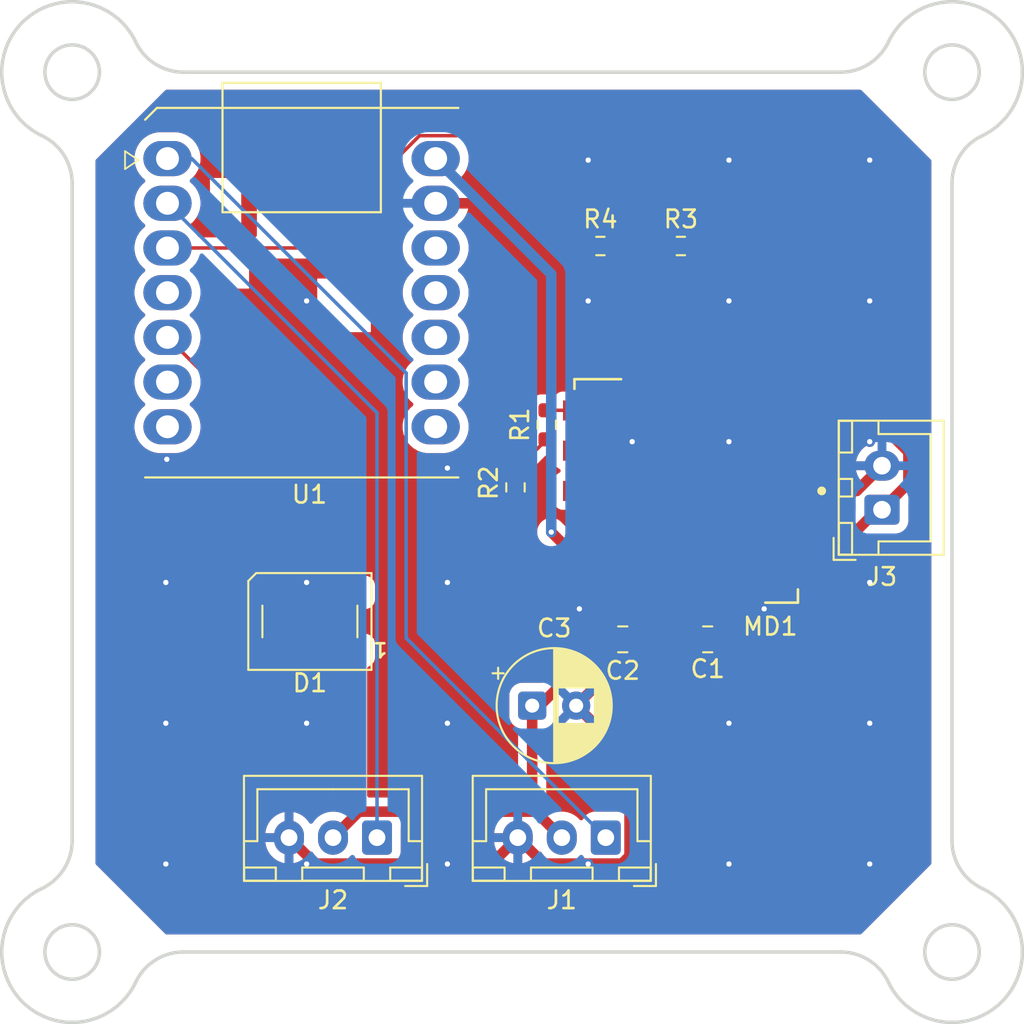
<source format=kicad_pcb>
(kicad_pcb (version 20241229) (generator "pcbnew") (generator_version "9.0")
  (layers (0 "F.Cu" signal) (2 "B.Cu" signal) (13 "F.Paste" user) (15 "B.Paste" user) (5 "F.SilkS" user "F.Silkscreen") (7 "B.SilkS" user "B.Silkscreen") (1 "F.Mask" user) (3 "B.Mask" user) (25 "Edge.Cuts" user))
  (net 0 "")
  (net 1 "Net-(J3-Pin_1)")
  (net 2 "GND")
  (net 3 "VCC")
  (net 4 "WS2812")
  (net 6 "Servo1")
  (net 7 "Servo2")
  (net 12 "Net-(MD1-TRIM)")
  (net 14 "Net-(R1-Pad2)")
  (net 15 "V_MONITOR")
  (net 23 "+3V3")
  (footprint "Capacitor_SMD:C_0805_2012Metric" (layer "F.Cu") (at 100.79145 107.232553 180)
    (property "Reference" "C1" (at 0 -1.68 0) (layer "F.SilkS"))
    (property "Value" "22u")
    (fp_line (start -0.261252 0.735) (end 0.261252 0.735) (stroke (width 0.12)) (layer "F.SilkS"))
    (fp_line (start -0.261252 -0.735) (end 0.261252 -0.735) (stroke (width 0.12)) (layer "F.SilkS"))
    (pad "1" smd roundrect (at -0.95 0 180) (size 1 1.45) (layers "F.Cu" "F.Mask" "F.Paste") (net 1 "Net-(J3-Pin_1)"))
    (pad "2" smd roundrect (at 0.95 0 180) (size 1 1.45) (layers "F.Cu" "F.Mask" "F.Paste") (net 2 "GND"))
  )
  (footprint "Capacitor_THT:CP_Radial_D6.3mm_P2.50mm" (layer "F.Cu") (at 90.817621 111)
    (property "Reference" "C3" (at 1.25 -4.4 0) (layer "F.SilkS"))
    (property "Value" "100u")
    (fp_line (start -2.250241 -1.839) (end -1.620241 -1.839) (stroke (width 0.12)) (layer "F.SilkS"))
    (fp_line (start -1.935241 -2.154) (end -1.935241 -1.524) (stroke (width 0.12)) (layer "F.SilkS"))
    (fp_line (start 1.25 -3.23) (end 1.25 3.23) (stroke (width 0.12)) (layer "F.SilkS"))
    (fp_line (start 1.29 -3.23) (end 1.29 3.23) (stroke (width 0.12)) (layer "F.SilkS"))
    (fp_line (start 1.33 -3.229) (end 1.33 3.229) (stroke (width 0.12)) (layer "F.SilkS"))
    (fp_line (start 1.37 -3.228) (end 1.37 3.228) (stroke (width 0.12)) (layer "F.SilkS"))
    (fp_line (start 1.41 -3.226) (end 1.41 3.226) (stroke (width 0.12)) (layer "F.SilkS"))
    (fp_line (start 1.45 -3.224) (end 1.45 3.224) (stroke (width 0.12)) (layer "F.SilkS"))
    (fp_line (start 1.49 -3.221) (end 1.49 -1.04) (stroke (width 0.12)) (layer "F.SilkS"))
    (fp_line (start 1.49 1.04) (end 1.49 3.221) (stroke (width 0.12)) (layer "F.SilkS"))
    (fp_line (start 1.53 -3.218) (end 1.53 -1.04) (stroke (width 0.12)) (layer "F.SilkS"))
    (fp_line (start 1.53 1.04) (end 1.53 3.218) (stroke (width 0.12)) (layer "F.SilkS"))
    (fp_line (start 1.57 -3.214) (end 1.57 -1.04) (stroke (width 0.12)) (layer "F.SilkS"))
    (fp_line (start 1.57 1.04) (end 1.57 3.214) (stroke (width 0.12)) (layer "F.SilkS"))
    (fp_line (start 1.61 -3.21) (end 1.61 -1.04) (stroke (width 0.12)) (layer "F.SilkS"))
    (fp_line (start 1.61 1.04) (end 1.61 3.21) (stroke (width 0.12)) (layer "F.SilkS"))
    (fp_line (start 1.65 -3.205) (end 1.65 -1.04) (stroke (width 0.12)) (layer "F.SilkS"))
    (fp_line (start 1.65 1.04) (end 1.65 3.205) (stroke (width 0.12)) (layer "F.SilkS"))
    (fp_line (start 1.69 -3.2) (end 1.69 -1.04) (stroke (width 0.12)) (layer "F.SilkS"))
    (fp_line (start 1.69 1.04) (end 1.69 3.2) (stroke (width 0.12)) (layer "F.SilkS"))
    (fp_line (start 1.73 -3.195) (end 1.73 -1.04) (stroke (width 0.12)) (layer "F.SilkS"))
    (fp_line (start 1.73 1.04) (end 1.73 3.195) (stroke (width 0.12)) (layer "F.SilkS"))
    (fp_line (start 1.77 -3.188) (end 1.77 -1.04) (stroke (width 0.12)) (layer "F.SilkS"))
    (fp_line (start 1.77 1.04) (end 1.77 3.188) (stroke (width 0.12)) (layer "F.SilkS"))
    (fp_line (start 1.81 -3.182) (end 1.81 -1.04) (stroke (width 0.12)) (layer "F.SilkS"))
    (fp_line (start 1.81 1.04) (end 1.81 3.182) (stroke (width 0.12)) (layer "F.SilkS"))
    (fp_line (start 1.85 -3.174) (end 1.85 -1.04) (stroke (width 0.12)) (layer "F.SilkS"))
    (fp_line (start 1.85 1.04) (end 1.85 3.174) (stroke (width 0.12)) (layer "F.SilkS"))
    (fp_line (start 1.89 -3.167) (end 1.89 -1.04) (stroke (width 0.12)) (layer "F.SilkS"))
    (fp_line (start 1.89 1.04) (end 1.89 3.167) (stroke (width 0.12)) (layer "F.SilkS"))
    (fp_line (start 1.93 -3.159) (end 1.93 -1.04) (stroke (width 0.12)) (layer "F.SilkS"))
    (fp_line (start 1.93 1.04) (end 1.93 3.159) (stroke (width 0.12)) (layer "F.SilkS"))
    (fp_line (start 1.97 -3.15) (end 1.97 -1.04) (stroke (width 0.12)) (layer "F.SilkS"))
    (fp_line (start 1.97 1.04) (end 1.97 3.15) (stroke (width 0.12)) (layer "F.SilkS"))
    (fp_line (start 2.01 -3.14) (end 2.01 -1.04) (stroke (width 0.12)) (layer "F.SilkS"))
    (fp_line (start 2.01 1.04) (end 2.01 3.14) (stroke (width 0.12)) (layer "F.SilkS"))
    (fp_line (start 2.05 -3.131) (end 2.05 -1.04) (stroke (width 0.12)) (layer "F.SilkS"))
    (fp_line (start 2.05 1.04) (end 2.05 3.131) (stroke (width 0.12)) (layer "F.SilkS"))
    (fp_line (start 2.09 -3.12) (end 2.09 -1.04) (stroke (width 0.12)) (layer "F.SilkS"))
    (fp_line (start 2.09 1.04) (end 2.09 3.12) (stroke (width 0.12)) (layer "F.SilkS"))
    (fp_line (start 2.13 -3.109) (end 2.13 -1.04) (stroke (width 0.12)) (layer "F.SilkS"))
    (fp_line (start 2.13 1.04) (end 2.13 3.109) (stroke (width 0.12)) (layer "F.SilkS"))
    (fp_line (start 2.17 -3.098) (end 2.17 -1.04) (stroke (width 0.12)) (layer "F.SilkS"))
    (fp_line (start 2.17 1.04) (end 2.17 3.098) (stroke (width 0.12)) (layer "F.SilkS"))
    (fp_line (start 2.21 -3.086) (end 2.21 -1.04) (stroke (width 0.12)) (layer "F.SilkS"))
    (fp_line (start 2.21 1.04) (end 2.21 3.086) (stroke (width 0.12)) (layer "F.SilkS"))
    (fp_line (start 2.25 -3.073) (end 2.25 -1.04) (stroke (width 0.12)) (layer "F.SilkS"))
    (fp_line (start 2.25 1.04) (end 2.25 3.073) (stroke (width 0.12)) (layer "F.SilkS"))
    (fp_line (start 2.29 -3.06) (end 2.29 -1.04) (stroke (width 0.12)) (layer "F.SilkS"))
    (fp_line (start 2.29 1.04) (end 2.29 3.06) (stroke (width 0.12)) (layer "F.SilkS"))
    (fp_line (start 2.33 -3.047) (end 2.33 -1.04) (stroke (width 0.12)) (layer "F.SilkS"))
    (fp_line (start 2.33 1.04) (end 2.33 3.047) (stroke (width 0.12)) (layer "F.SilkS"))
    (fp_line (start 2.37 -3.032) (end 2.37 -1.04) (stroke (width 0.12)) (layer "F.SilkS"))
    (fp_line (start 2.37 1.04) (end 2.37 3.032) (stroke (width 0.12)) (layer "F.SilkS"))
    (fp_line (start 2.41 -3.017) (end 2.41 -1.04) (stroke (width 0.12)) (layer "F.SilkS"))
    (fp_line (start 2.41 1.04) (end 2.41 3.017) (stroke (width 0.12)) (layer "F.SilkS"))
    (fp_line (start 2.45 -3.002) (end 2.45 -1.04) (stroke (width 0.12)) (layer "F.SilkS"))
    (fp_line (start 2.45 1.04) (end 2.45 3.002) (stroke (width 0.12)) (layer "F.SilkS"))
    (fp_line (start 2.49 -2.986) (end 2.49 -1.04) (stroke (width 0.12)) (layer "F.SilkS"))
    (fp_line (start 2.49 1.04) (end 2.49 2.986) (stroke (width 0.12)) (layer "F.SilkS"))
    (fp_line (start 2.53 -2.969) (end 2.53 -1.04) (stroke (width 0.12)) (layer "F.SilkS"))
    (fp_line (start 2.53 1.04) (end 2.53 2.969) (stroke (width 0.12)) (layer "F.SilkS"))
    (fp_line (start 2.57 -2.952) (end 2.57 -1.04) (stroke (width 0.12)) (layer "F.SilkS"))
    (fp_line (start 2.57 1.04) (end 2.57 2.952) (stroke (width 0.12)) (layer "F.SilkS"))
    (fp_line (start 2.61 -2.934) (end 2.61 -1.04) (stroke (width 0.12)) (layer "F.SilkS"))
    (fp_line (start 2.61 1.04) (end 2.61 2.934) (stroke (width 0.12)) (layer "F.SilkS"))
    (fp_line (start 2.65 -2.915) (end 2.65 -1.04) (stroke (width 0.12)) (layer "F.SilkS"))
    (fp_line (start 2.65 1.04) (end 2.65 2.915) (stroke (width 0.12)) (layer "F.SilkS"))
    (fp_line (start 2.69 -2.896) (end 2.69 -1.04) (stroke (width 0.12)) (layer "F.SilkS"))
    (fp_line (start 2.69 1.04) (end 2.69 2.896) (stroke (width 0.12)) (layer "F.SilkS"))
    (fp_line (start 2.73 -2.876) (end 2.73 -1.04) (stroke (width 0.12)) (layer "F.SilkS"))
    (fp_line (start 2.73 1.04) (end 2.73 2.876) (stroke (width 0.12)) (layer "F.SilkS"))
    (fp_line (start 2.77 -2.855) (end 2.77 -1.04) (stroke (width 0.12)) (layer "F.SilkS"))
    (fp_line (start 2.77 1.04) (end 2.77 2.855) (stroke (width 0.12)) (layer "F.SilkS"))
    (fp_line (start 2.81 -2.834) (end 2.81 -1.04) (stroke (width 0.12)) (layer "F.SilkS"))
    (fp_line (start 2.81 1.04) (end 2.81 2.834) (stroke (width 0.12)) (layer "F.SilkS"))
    (fp_line (start 2.85 -2.812) (end 2.85 -1.04) (stroke (width 0.12)) (layer "F.SilkS"))
    (fp_line (start 2.85 1.04) (end 2.85 2.812) (stroke (width 0.12)) (layer "F.SilkS"))
    (fp_line (start 2.89 -2.789) (end 2.89 -1.04) (stroke (width 0.12)) (layer "F.SilkS"))
    (fp_line (start 2.89 1.04) (end 2.89 2.789) (stroke (width 0.12)) (layer "F.SilkS"))
    (fp_line (start 2.93 -2.765) (end 2.93 -1.04) (stroke (width 0.12)) (layer "F.SilkS"))
    (fp_line (start 2.93 1.04) (end 2.93 2.765) (stroke (width 0.12)) (layer "F.SilkS"))
    (fp_line (start 2.97 -2.741) (end 2.97 -1.04) (stroke (width 0.12)) (layer "F.SilkS"))
    (fp_line (start 2.97 1.04) (end 2.97 2.741) (stroke (width 0.12)) (layer "F.SilkS"))
    (fp_line (start 3.01 -2.716) (end 3.01 -1.04) (stroke (width 0.12)) (layer "F.SilkS"))
    (fp_line (start 3.01 1.04) (end 3.01 2.716) (stroke (width 0.12)) (layer "F.SilkS"))
    (fp_line (start 3.05 -2.69) (end 3.05 -1.04) (stroke (width 0.12)) (layer "F.SilkS"))
    (fp_line (start 3.05 1.04) (end 3.05 2.69) (stroke (width 0.12)) (layer "F.SilkS"))
    (fp_line (start 3.09 -2.663) (end 3.09 -1.04) (stroke (width 0.12)) (layer "F.SilkS"))
    (fp_line (start 3.09 1.04) (end 3.09 2.663) (stroke (width 0.12)) (layer "F.SilkS"))
    (fp_line (start 3.13 -2.636) (end 3.13 -1.04) (stroke (width 0.12)) (layer "F.SilkS"))
    (fp_line (start 3.13 1.04) (end 3.13 2.636) (stroke (width 0.12)) (layer "F.SilkS"))
    (fp_line (start 3.17 -2.607) (end 3.17 -1.04) (stroke (width 0.12)) (layer "F.SilkS"))
    (fp_line (start 3.17 1.04) (end 3.17 2.607) (stroke (width 0.12)) (layer "F.SilkS"))
    (fp_line (start 3.21 -2.577) (end 3.21 -1.04) (stroke (width 0.12)) (layer "F.SilkS"))
    (fp_line (start 3.21 1.04) (end 3.21 2.577) (stroke (width 0.12)) (layer "F.SilkS"))
    (fp_line (start 3.25 -2.547) (end 3.25 -1.04) (stroke (width 0.12)) (layer "F.SilkS"))
    (fp_line (start 3.25 1.04) (end 3.25 2.547) (stroke (width 0.12)) (layer "F.SilkS"))
    (fp_line (start 3.29 -2.516) (end 3.29 -1.04) (stroke (width 0.12)) (layer "F.SilkS"))
    (fp_line (start 3.29 1.04) (end 3.29 2.516) (stroke (width 0.12)) (layer "F.SilkS"))
    (fp_line (start 3.33 -2.483) (end 3.33 -1.04) (stroke (width 0.12)) (layer "F.SilkS"))
    (fp_line (start 3.33 1.04) (end 3.33 2.483) (stroke (width 0.12)) (layer "F.SilkS"))
    (fp_line (start 3.37 -2.45) (end 3.37 -1.04) (stroke (width 0.12)) (layer "F.SilkS"))
    (fp_line (start 3.37 1.04) (end 3.37 2.45) (stroke (width 0.12)) (layer "F.SilkS"))
    (fp_line (start 3.41 -2.415) (end 3.41 -1.04) (stroke (width 0.12)) (layer "F.SilkS"))
    (fp_line (start 3.41 1.04) (end 3.41 2.415) (stroke (width 0.12)) (layer "F.SilkS"))
    (fp_line (start 3.45 -2.379) (end 3.45 -1.04) (stroke (width 0.12)) (layer "F.SilkS"))
    (fp_line (start 3.45 1.04) (end 3.45 2.379) (stroke (width 0.12)) (layer "F.SilkS"))
    (fp_line (start 3.49 -2.342) (end 3.49 -1.04) (stroke (width 0.12)) (layer "F.SilkS"))
    (fp_line (start 3.49 1.04) (end 3.49 2.342) (stroke (width 0.12)) (layer "F.SilkS"))
    (fp_line (start 3.53 -2.304) (end 3.53 -1.04) (stroke (width 0.12)) (layer "F.SilkS"))
    (fp_line (start 3.53 1.04) (end 3.53 2.304) (stroke (width 0.12)) (layer "F.SilkS"))
    (fp_line (start 3.57 -2.264) (end 3.57 2.264) (stroke (width 0.12)) (layer "F.SilkS"))
    (fp_line (start 3.61 -2.223) (end 3.61 2.223) (stroke (width 0.12)) (layer "F.SilkS"))
    (fp_line (start 3.65 -2.181) (end 3.65 2.181) (stroke (width 0.12)) (layer "F.SilkS"))
    (fp_line (start 3.69 -2.137) (end 3.69 2.137) (stroke (width 0.12)) (layer "F.SilkS"))
    (fp_line (start 3.73 -2.091) (end 3.73 2.091) (stroke (width 0.12)) (layer "F.SilkS"))
    (fp_line (start 3.77 -2.044) (end 3.77 2.044) (stroke (width 0.12)) (layer "F.SilkS"))
    (fp_line (start 3.81 -1.995) (end 3.81 1.995) (stroke (width 0.12)) (layer "F.SilkS"))
    (fp_line (start 3.85 -1.943) (end 3.85 1.943) (stroke (width 0.12)) (layer "F.SilkS"))
    (fp_line (start 3.89 -1.89) (end 3.89 1.89) (stroke (width 0.12)) (layer "F.SilkS"))
    (fp_line (start 3.93 -1.834) (end 3.93 1.834) (stroke (width 0.12)) (layer "F.SilkS"))
    (fp_line (start 3.97 -1.775) (end 3.97 1.775) (stroke (width 0.12)) (layer "F.SilkS"))
    (fp_line (start 4.01 -1.714) (end 4.01 1.714) (stroke (width 0.12)) (layer "F.SilkS"))
    (fp_line (start 4.05 -1.649) (end 4.05 1.649) (stroke (width 0.12)) (layer "F.SilkS"))
    (fp_line (start 4.09 -1.581) (end 4.09 1.581) (stroke (width 0.12)) (layer "F.SilkS"))
    (fp_line (start 4.13 -1.509) (end 4.13 1.509) (stroke (width 0.12)) (layer "F.SilkS"))
    (fp_line (start 4.17 -1.432) (end 4.17 1.432) (stroke (width 0.12)) (layer "F.SilkS"))
    (fp_line (start 4.21 -1.35) (end 4.21 1.35) (stroke (width 0.12)) (layer "F.SilkS"))
    (fp_line (start 4.25 -1.261) (end 4.25 1.261) (stroke (width 0.12)) (layer "F.SilkS"))
    (fp_line (start 4.29 -1.165) (end 4.29 1.165) (stroke (width 0.12)) (layer "F.SilkS"))
    (fp_line (start 4.33 -1.058) (end 4.33 1.058) (stroke (width 0.12)) (layer "F.SilkS"))
    (fp_line (start 4.37 -0.939) (end 4.37 0.939) (stroke (width 0.12)) (layer "F.SilkS"))
    (fp_line (start 4.41 -0.801) (end 4.41 0.801) (stroke (width 0.12)) (layer "F.SilkS"))
    (fp_line (start 4.45 -0.633) (end 4.45 0.633) (stroke (width 0.12)) (layer "F.SilkS"))
    (fp_line (start 4.49 -0.402) (end 4.49 0.402) (stroke (width 0.12)) (layer "F.SilkS"))
    (fp_circle (center 1.25 0) (end 4.52 0) (stroke (width 0.12)) (fill no) (layer "F.SilkS"))
    (pad "1" thru_hole roundrect (at 0 0) (size 1.6 1.6) (drill 0.8) (layers "*.Cu" "*.Mask") (roundrect_rratio 0.15625) (net 3 "VCC"))
    (pad "2" thru_hole circle (at 2.5 0) (size 1.6 1.6) (drill 0.8) (layers "*.Cu" "*.Mask") (net 2 "GND"))
  )
  (footprint "Resistor_SMD:R_0603_1608Metric" (layer "F.Cu") (at 89.86945 98.596553 90)
    (property "Reference" "R2" (at 0.254 -1.524 90) (layer "F.SilkS"))
    (property "Value" "910")
    (fp_line (start -0.237258 -0.5225) (end 0.237258 -0.5225) (stroke (width 0.12)) (layer "F.SilkS"))
    (fp_line (start -0.237258 0.5225) (end 0.237258 0.5225) (stroke (width 0.12)) (layer "F.SilkS"))
    (pad "1" smd roundrect (at -0.825 0 90) (size 0.8 0.95) (layers "F.Cu" "F.Mask" "F.Paste") (net 2 "GND"))
    (pad "2" smd roundrect (at 0.825 0 90) (size 0.8 0.95) (layers "F.Cu" "F.Mask" "F.Paste") (net 14 "Net-(R1-Pad2)"))
  )
  (footprint "Resistor_SMD:R_0603_1608Metric" (layer "F.Cu") (at 91.64745 95.040553 -90)
    (property "Reference" "R1" (at 0 1.524 90) (layer "F.SilkS"))
    (property "Value" "430")
    (fp_line (start -0.237258 0.5225) (end 0.237258 0.5225) (stroke (width 0.12)) (layer "F.SilkS"))
    (fp_line (start -0.237258 -0.5225) (end 0.237258 -0.5225) (stroke (width 0.12)) (layer "F.SilkS"))
    (pad "1" smd roundrect (at -0.825 0 270) (size 0.8 0.95) (layers "F.Cu" "F.Mask" "F.Paste") (net 12 "Net-(MD1-TRIM)"))
    (pad "2" smd roundrect (at 0.825 0 270) (size 0.8 0.95) (layers "F.Cu" "F.Mask" "F.Paste") (net 14 "Net-(R1-Pad2)"))
  )
  (footprint "Connector_JST:JST_XH_B3B-XH-A_1x03_P2.50mm_Vertical" (layer "F.Cu") (at 82 118.5 180)
    (property "Reference" "J2" (at 2.5 -3.55 0) (layer "F.SilkS"))
    (property "Value" "Servo2")
    (fp_line (start 7.56 3.51) (end 7.56 -2.46) (stroke (width 0.12)) (layer "F.SilkS"))
    (fp_line (start 7.56 -2.46) (end -2.56 -2.46) (stroke (width 0.12)) (layer "F.SilkS"))
    (fp_line (start 7.55 -0.2) (end 6.8 -0.2) (stroke (width 0.12)) (layer "F.SilkS"))
    (fp_line (start 7.55 -1.7) (end 7.55 -2.45) (stroke (width 0.12)) (layer "F.SilkS"))
    (fp_line (start 7.55 -2.45) (end 5.75 -2.45) (stroke (width 0.12)) (layer "F.SilkS"))
    (fp_line (start 6.8 2.75) (end 2.5 2.75) (stroke (width 0.12)) (layer "F.SilkS"))
    (fp_line (start 6.8 -0.2) (end 6.8 2.75) (stroke (width 0.12)) (layer "F.SilkS"))
    (fp_line (start 5.75 -1.7) (end 7.55 -1.7) (stroke (width 0.12)) (layer "F.SilkS"))
    (fp_line (start 5.75 -2.45) (end 5.75 -1.7) (stroke (width 0.12)) (layer "F.SilkS"))
    (fp_line (start 4.25 -1.7) (end 4.25 -2.45) (stroke (width 0.12)) (layer "F.SilkS"))
    (fp_line (start 4.25 -2.45) (end 0.75 -2.45) (stroke (width 0.12)) (layer "F.SilkS"))
    (fp_line (start 0.75 -1.7) (end 4.25 -1.7) (stroke (width 0.12)) (layer "F.SilkS"))
    (fp_line (start 0.75 -2.45) (end 0.75 -1.7) (stroke (width 0.12)) (layer "F.SilkS"))
    (fp_line (start -0.75 -1.7) (end -0.75 -2.45) (stroke (width 0.12)) (layer "F.SilkS"))
    (fp_line (start -0.75 -2.45) (end -2.55 -2.45) (stroke (width 0.12)) (layer "F.SilkS"))
    (fp_line (start -1.6 -2.75) (end -2.85 -2.75) (stroke (width 0.12)) (layer "F.SilkS"))
    (fp_line (start -1.8 2.75) (end 2.5 2.75) (stroke (width 0.12)) (layer "F.SilkS"))
    (fp_line (start -1.8 -0.2) (end -1.8 2.75) (stroke (width 0.12)) (layer "F.SilkS"))
    (fp_line (start -2.55 -0.2) (end -1.8 -0.2) (stroke (width 0.12)) (layer "F.SilkS"))
    (fp_line (start -2.55 -1.7) (end -0.75 -1.7) (stroke (width 0.12)) (layer "F.SilkS"))
    (fp_line (start -2.55 -2.45) (end -2.55 -1.7) (stroke (width 0.12)) (layer "F.SilkS"))
    (fp_line (start -2.56 3.51) (end 7.56 3.51) (stroke (width 0.12)) (layer "F.SilkS"))
    (fp_line (start -2.56 -2.46) (end -2.56 3.51) (stroke (width 0.12)) (layer "F.SilkS"))
    (fp_line (start -2.85 -2.75) (end -2.85 -1.5) (stroke (width 0.12)) (layer "F.SilkS"))
    (pad "1" thru_hole roundrect (at 0 0 180) (size 1.7 1.95) (drill 0.95) (layers "*.Cu" "*.Mask") (roundrect_rratio 0.147059) (net 7 "Servo2"))
    (pad "2" thru_hole oval (at 2.5 0 180) (size 1.7 1.95) (drill 0.95) (layers "*.Cu" "*.Mask") (net 3 "VCC"))
    (pad "3" thru_hole oval (at 5 0 180) (size 1.7 1.95) (drill 0.95) (layers "*.Cu" "*.Mask") (net 2 "GND"))
  )
  (footprint "OKL-T-6:MURATA_OKL-T-6-W12N-C_0" (layer "F.Cu") (at 99.570013 98.797491 180)
    (property "Reference" "MD1" (at -4.777438 -7.702509 0) (layer "F.SilkS"))
    (property "Value" "OKL-T_6-W12N-C")
    (fp_line (start 6.35 6.35) (end 6.35 5.8) (stroke (width 0.15)) (layer "F.SilkS"))
    (fp_line (start 3.7 6.35) (end 6.35 6.35) (stroke (width 0.15)) (layer "F.SilkS"))
    (fp_line (start -6.35 -5.6) (end -6.35 -6.35) (stroke (width 0.15)) (layer "F.SilkS"))
    (fp_line (start -6.35 -6.35) (end -4.5 -6.35) (stroke (width 0.15)) (layer "F.SilkS"))
    (fp_circle (center -7.7 0) (end -7.45 0) (fill yes) (layer "F.SilkS"))
    (pad "1" smd rect (at -5.55025 0 180) (size 3.0995 1.143) (layers "F.Cu" "F.Mask" "F.Paste") (net 2 "GND"))
    (pad "2" smd rect (at -5.568875 -4.6 180) (size 3.06225 1.372) (layers "F.Cu" "F.Mask" "F.Paste") (net 1 "Net-(J3-Pin_1)"))
    (pad "2" smd rect (at -3.429 -4.572 180) (size 4.191 1.905) (layers "F.Cu" "F.Mask" "F.Paste") (net 1 "Net-(J3-Pin_1)"))
    (pad "2" smd rect (at -2.3 -5.6 270) (size 3.06225 1.372) (layers "F.Cu" "F.Mask" "F.Paste") (net 1 "Net-(J3-Pin_1)"))
    (pad "3" smd rect (at 0 -5.6 270) (size 3.06225 1.372) (layers "F.Cu" "F.Mask" "F.Paste") (net 2 "GND"))
    (pad "3" smd rect (at 1.143 -4.572 180) (size 4.191 1.905) (layers "F.Cu" "F.Mask" "F.Paste") (net 2 "GND"))
    (pad "3" smd rect (at 2.3 -5.6 270) (size 3.06225 1.372) (layers "F.Cu" "F.Mask" "F.Paste") (net 2 "GND"))
    (pad "4" smd rect (at 4.572 -3.429 180) (size 1.905 4.191) (layers "F.Cu" "F.Mask" "F.Paste") (net 3 "VCC"))
    (pad "4" smd rect (at 5.5 -4.6 180) (size 3.06225 1.372) (layers "F.Cu" "F.Mask" "F.Paste") (net 3 "VCC"))
    (pad "5" smd rect (at 5.50025 0 180) (size 2.9995 1.143) (layers "F.Cu" "F.Mask" "F.Paste") (net 3 "VCC"))
    (pad "6" smd rect (at 5.50025 4.572 180) (size 2.9995 1.143) (layers "F.Cu" "F.Mask" "F.Paste") (net 12 "Net-(MD1-TRIM)"))
    (pad "7" smd rect (at 0 5.50025 180) (size 1.143 2.9995) (layers "F.Cu" "F.Mask" "F.Paste") (net 2 "GND"))
    (pad "8" smd rect (at -2.286 5.50025 180) (size 1.143 2.9995) (layers "F.Cu" "F.Mask" "F.Paste"))
    (pad "9" smd rect (at -5.55025 4.572 180) (size 3.0995 1.143) (layers "F.Cu" "F.Mask" "F.Paste"))
    (pad "10" smd rect (at -5.55025 2.286 180) (size 3.0995 1.143) (layers "F.Cu" "F.Mask" "F.Paste"))
    (pad "11" smd rect (at 5.50025 2.286 180) (size 2.9995 1.143) (layers "F.Cu" "F.Mask" "F.Paste"))
    (pad "12" smd rect (at 2.27875 5.50025 180) (size 1.1575 2.9995) (layers "F.Cu" "F.Mask" "F.Paste"))
  )
  (footprint "Connector_JST:JST_XH_B3B-XH-A_1x03_P2.50mm_Vertical" (layer "F.Cu") (at 95 118.5 180)
    (property "Reference" "J1" (at 2.5 -3.55 0) (layer "F.SilkS"))
    (property "Value" "Servo1")
    (fp_line (start 7.56 3.51) (end 7.56 -2.46) (stroke (width 0.12)) (layer "F.SilkS"))
    (fp_line (start 7.56 -2.46) (end -2.56 -2.46) (stroke (width 0.12)) (layer "F.SilkS"))
    (fp_line (start 7.55 -0.2) (end 6.8 -0.2) (stroke (width 0.12)) (layer "F.SilkS"))
    (fp_line (start 7.55 -1.7) (end 7.55 -2.45) (stroke (width 0.12)) (layer "F.SilkS"))
    (fp_line (start 7.55 -2.45) (end 5.75 -2.45) (stroke (width 0.12)) (layer "F.SilkS"))
    (fp_line (start 6.8 2.75) (end 2.5 2.75) (stroke (width 0.12)) (layer "F.SilkS"))
    (fp_line (start 6.8 -0.2) (end 6.8 2.75) (stroke (width 0.12)) (layer "F.SilkS"))
    (fp_line (start 5.75 -1.7) (end 7.55 -1.7) (stroke (width 0.12)) (layer "F.SilkS"))
    (fp_line (start 5.75 -2.45) (end 5.75 -1.7) (stroke (width 0.12)) (layer "F.SilkS"))
    (fp_line (start 4.25 -1.7) (end 4.25 -2.45) (stroke (width 0.12)) (layer "F.SilkS"))
    (fp_line (start 4.25 -2.45) (end 0.75 -2.45) (stroke (width 0.12)) (layer "F.SilkS"))
    (fp_line (start 0.75 -1.7) (end 4.25 -1.7) (stroke (width 0.12)) (layer "F.SilkS"))
    (fp_line (start 0.75 -2.45) (end 0.75 -1.7) (stroke (width 0.12)) (layer "F.SilkS"))
    (fp_line (start -0.75 -1.7) (end -0.75 -2.45) (stroke (width 0.12)) (layer "F.SilkS"))
    (fp_line (start -0.75 -2.45) (end -2.55 -2.45) (stroke (width 0.12)) (layer "F.SilkS"))
    (fp_line (start -1.6 -2.75) (end -2.85 -2.75) (stroke (width 0.12)) (layer "F.SilkS"))
    (fp_line (start -1.8 2.75) (end 2.5 2.75) (stroke (width 0.12)) (layer "F.SilkS"))
    (fp_line (start -1.8 -0.2) (end -1.8 2.75) (stroke (width 0.12)) (layer "F.SilkS"))
    (fp_line (start -2.55 -0.2) (end -1.8 -0.2) (stroke (width 0.12)) (layer "F.SilkS"))
    (fp_line (start -2.55 -1.7) (end -0.75 -1.7) (stroke (width 0.12)) (layer "F.SilkS"))
    (fp_line (start -2.55 -2.45) (end -2.55 -1.7) (stroke (width 0.12)) (layer "F.SilkS"))
    (fp_line (start -2.56 3.51) (end 7.56 3.51) (stroke (width 0.12)) (layer "F.SilkS"))
    (fp_line (start -2.56 -2.46) (end -2.56 3.51) (stroke (width 0.12)) (layer "F.SilkS"))
    (fp_line (start -2.85 -2.75) (end -2.85 -1.5) (stroke (width 0.12)) (layer "F.SilkS"))
    (pad "1" thru_hole roundrect (at 0 0 180) (size 1.7 1.95) (drill 0.95) (layers "*.Cu" "*.Mask") (roundrect_rratio 0.147059) (net 6 "Servo1"))
    (pad "2" thru_hole oval (at 2.5 0 180) (size 1.7 1.95) (drill 0.95) (layers "*.Cu" "*.Mask") (net 3 "VCC"))
    (pad "3" thru_hole oval (at 5 0 180) (size 1.7 1.95) (drill 0.95) (layers "*.Cu" "*.Mask") (net 2 "GND"))
  )
  (footprint "Connector_JST:JST_XH_B2B-XH-A_1x02_P2.50mm_Vertical" (layer "F.Cu") (at 110.69745 99.866553 90)
    (property "Reference" "J3" (at -3.81 0 180) (layer "F.SilkS"))
    (property "Value" "Battery")
    (fp_line (start -1.6 -2.75) (end -2.85 -2.75) (stroke (width 0.12)) (layer "F.SilkS"))
    (fp_line (start -2.85 -2.75) (end -2.85 -1.5) (stroke (width 0.12)) (layer "F.SilkS"))
    (fp_line (start 5.06 -2.46) (end -2.56 -2.46) (stroke (width 0.12)) (layer "F.SilkS"))
    (fp_line (start -2.56 -2.46) (end -2.56 3.51) (stroke (width 0.12)) (layer "F.SilkS"))
    (fp_line (start 5.05 -2.45) (end 3.25 -2.45) (stroke (width 0.12)) (layer "F.SilkS"))
    (fp_line (start 3.25 -2.45) (end 3.25 -1.7) (stroke (width 0.12)) (layer "F.SilkS"))
    (fp_line (start 1.75 -2.45) (end 0.75 -2.45) (stroke (width 0.12)) (layer "F.SilkS"))
    (fp_line (start 0.75 -2.45) (end 0.75 -1.7) (stroke (width 0.12)) (layer "F.SilkS"))
    (fp_line (start -0.75 -2.45) (end -2.55 -2.45) (stroke (width 0.12)) (layer "F.SilkS"))
    (fp_line (start -2.55 -2.45) (end -2.55 -1.7) (stroke (width 0.12)) (layer "F.SilkS"))
    (fp_line (start 5.05 -1.7) (end 5.05 -2.45) (stroke (width 0.12)) (layer "F.SilkS"))
    (fp_line (start 3.25 -1.7) (end 5.05 -1.7) (stroke (width 0.12)) (layer "F.SilkS"))
    (fp_line (start 1.75 -1.7) (end 1.75 -2.45) (stroke (width 0.12)) (layer "F.SilkS"))
    (fp_line (start 0.75 -1.7) (end 1.75 -1.7) (stroke (width 0.12)) (layer "F.SilkS"))
    (fp_line (start -0.75 -1.7) (end -0.75 -2.45) (stroke (width 0.12)) (layer "F.SilkS"))
    (fp_line (start -2.55 -1.7) (end -0.75 -1.7) (stroke (width 0.12)) (layer "F.SilkS"))
    (fp_line (start 5.05 -0.2) (end 4.3 -0.2) (stroke (width 0.12)) (layer "F.SilkS"))
    (fp_line (start 4.3 -0.2) (end 4.3 2.75) (stroke (width 0.12)) (layer "F.SilkS"))
    (fp_line (start -1.8 -0.2) (end -1.8 2.75) (stroke (width 0.12)) (layer "F.SilkS"))
    (fp_line (start -2.55 -0.2) (end -1.8 -0.2) (stroke (width 0.12)) (layer "F.SilkS"))
    (fp_line (start 4.3 2.75) (end 1.25 2.75) (stroke (width 0.12)) (layer "F.SilkS"))
    (fp_line (start -1.8 2.75) (end 1.25 2.75) (stroke (width 0.12)) (layer "F.SilkS"))
    (fp_line (start 5.06 3.51) (end 5.06 -2.46) (stroke (width 0.12)) (layer "F.SilkS"))
    (fp_line (start -2.56 3.51) (end 5.06 3.51) (stroke (width 0.12)) (layer "F.SilkS"))
    (pad "1" thru_hole roundrect (at 0 0 90) (size 1.7 2) (drill 1) (layers "*.Cu" "*.Mask") (roundrect_rratio 0.147059) (net 1 "Net-(J3-Pin_1)"))
    (pad "2" thru_hole oval (at 2.5 0 90) (size 1.7 2) (drill 1) (layers "*.Cu" "*.Mask") (net 2 "GND"))
  )
  (footprint "LED_SMD:LED_WS2812B_PLCC4_5.0x5.0mm_P3.2mm" (layer "F.Cu") (at 78.18545 106.216553 180)
    (property "Reference" "D1" (at 0 -3.5 180) (layer "F.SilkS"))
    (property "Value" "WS2812B")
    (fp_line (start 3.5 2.3) (end 3.5 -2.75) (stroke (width 0.12)) (layer "F.SilkS"))
    (fp_line (start 3.05 2.75) (end 3.5 2.3) (stroke (width 0.12)) (layer "F.SilkS"))
    (fp_line (start 2.7 0.9) (end 2.7 -0.9) (stroke (width 0.12)) (layer "F.SilkS"))
    (fp_line (start -2.7 0.9) (end -2.7 -0.9) (stroke (width 0.12)) (layer "F.SilkS"))
    (fp_line (start -3.5 2.75) (end 3.05 2.75) (stroke (width 0.12)) (layer "F.SilkS"))
    (fp_line (start -3.5 -2.75) (end 3.5 -2.75) (stroke (width 0.12)) (layer "F.SilkS"))
    (fp_line (start -3.5 -2.75) (end -3.5 2.75) (stroke (width 0.12)) (layer "F.SilkS"))
    (fp_text user "1" (at -4 -1.6 180) (layer "F.SilkS") (effects (font (size 0.8 0.8))))
    (pad "1" smd roundrect (at -2.45 -1.65 180) (size 1.5 0.9) (layers "F.Cu" "F.Mask" "F.Paste") (roundrect_rratio 0.1) (net 3 "VCC"))
    (pad "2" smd roundrect (at -2.45 1.65 180) (size 1.5 0.9) (layers "F.Cu" "F.Mask" "F.Paste") (roundrect_rratio 0.1))
    (pad "3" smd roundrect (at 2.45 1.65 180) (size 1.5 0.9) (layers "F.Cu" "F.Mask" "F.Paste") (roundrect_rratio 0.1) (net 2 "GND"))
    (pad "4" smd roundrect (at 2.45 -1.65 180) (size 1.5 0.9) (layers "F.Cu" "F.Mask" "F.Paste") (roundrect_rratio 0.1) (net 4 "WS2812"))
  )
  (footprint "Resistor_SMD:R_0603_1608Metric" (layer "F.Cu") (at 94.69545 84.880553 180)
    (property "Reference" "R4" (at 0 1.524 0) (layer "F.SilkS"))
    (property "Value" "1k")
    (fp_line (start -0.237258 0.5225) (end 0.237258 0.5225) (stroke (width 0.12)) (layer "F.SilkS"))
    (fp_line (start -0.237258 -0.5225) (end 0.237258 -0.5225) (stroke (width 0.12)) (layer "F.SilkS"))
    (pad "1" smd roundrect (at -0.825 0 180) (size 0.8 0.95) (layers "F.Cu" "F.Mask" "F.Paste") (net 15 "V_MONITOR"))
    (pad "2" smd roundrect (at 0.825 0 180) (size 0.8 0.95) (layers "F.Cu" "F.Mask" "F.Paste") (net 2 "GND"))
  )
  (footprint "xiao ESP32C3_PCB:MOUDLE14P-SMD-2.54-21X17.8MM" (layer "F.Cu") (at 68.82345 98.031803)
    (property "Reference" "U1" (at 9.3345 0.968197 0) (layer "F.SilkS"))
    (property "Value" "MOUDLE-SEEEDUINO-XIAO-ESP32C3")
    (fp_line (start -1.143 -18.542) (end -0.381 -18.034) (stroke (width 0.1)) (layer "F.SilkS"))
    (fp_line (start -1.143 -17.526) (end -1.143 -18.542) (stroke (width 0.1)) (layer "F.SilkS"))
    (fp_line (start -0.381 -18.034) (end -1.143 -17.526) (stroke (width 0.1)) (layer "F.SilkS"))
    (fp_line (start 0 0) (end 17.8 0) (stroke (width 0.127)) (layer "F.SilkS"))
    (fp_line (start 0.671541 -21) (end 0 -20.3285) (stroke (width 0.127)) (layer "F.SilkS"))
    (fp_line (start 4.396 -15.072) (end 4.396 -22.425) (stroke (width 0.127)) (layer "F.SilkS"))
    (fp_line (start 4.4 -22.424) (end 13.395 -22.424) (stroke (width 0.127)) (layer "F.SilkS"))
    (fp_line (start 13.395 -22.424) (end 13.395 -15.072) (stroke (width 0.127)) (layer "F.SilkS"))
    (fp_line (start 13.395 -15.072) (end 4.396 -15.072) (stroke (width 0.127)) (layer "F.SilkS"))
    (fp_line (start 17.8 -21) (end 0.671541 -21) (stroke (width 0.127)) (layer "F.SilkS"))
    (pad "1" thru_hole roundrect (at 1.27 -18.12) (size 2.75 2) (drill 1.3) (layers "*.Cu" "*.Mask") (roundrect_rratio 0.5) (net 6 "Servo1"))
    (pad "2" thru_hole roundrect (at 1.27 -15.58) (size 2.75 2) (drill 1.3) (layers "*.Cu" "*.Mask") (roundrect_rratio 0.5) (net 7 "Servo2"))
    (pad "3" thru_hole roundrect (at 1.27 -13.04) (size 2.75 2) (drill 1.3) (layers "*.Cu" "*.Mask") (roundrect_rratio 0.5) (net 15 "V_MONITOR"))
    (pad "4" thru_hole roundrect (at 1.27 -10.5) (size 2.75 2) (drill 1.3) (layers "*.Cu" "*.Mask") (roundrect_rratio 0.5))
    (pad "5" thru_hole roundrect (at 1.27 -7.96) (size 2.75 2) (drill 1.3) (layers "*.Cu" "*.Mask") (roundrect_rratio 0.5) (net 4 "WS2812"))
    (pad "6" thru_hole roundrect (at 1.27 -5.42) (size 2.75 2) (drill 1.3) (layers "*.Cu" "*.Mask") (roundrect_rratio 0.5))
    (pad "7" thru_hole roundrect (at 1.27 -2.88) (size 2.75 2) (drill 1.3) (layers "*.Cu" "*.Mask") (roundrect_rratio 0.5))
    (pad "8" thru_hole roundrect (at 16.51 -2.88) (size 2.75 2) (drill 1.3) (layers "*.Cu" "*.Mask") (roundrect_rratio 0.5))
    (pad "9" thru_hole roundrect (at 16.51 -5.42) (size 2.75 2) (drill 1.3) (layers "*.Cu" "*.Mask") (roundrect_rratio 0.5))
    (pad "10" thru_hole roundrect (at 16.51 -7.96) (size 2.75 2) (drill 1.3) (layers "*.Cu" "*.Mask") (roundrect_rratio 0.5))
    (pad "11" thru_hole roundrect (at 16.51 -10.5) (size 2.75 2) (drill 1.3) (layers "*.Cu" "*.Mask") (roundrect_rratio 0.5))
    (pad "12" thru_hole roundrect (at 16.51 -13.04) (size 2.75 2) (drill 1.3) (layers "*.Cu" "*.Mask") (roundrect_rratio 0.5) (net 23 "+3V3"))
    (pad "13" thru_hole roundrect (at 16.51 -15.58) (size 2.75 2) (drill 1.3) (layers "*.Cu" "*.Mask") (roundrect_rratio 0.5) (net 2 "GND"))
    (pad "14" thru_hole roundrect (at 16.51 -18.12) (size 2.75 2) (drill 1.3) (layers "*.Cu" "*.Mask") (roundrect_rratio 0.5) (net 3 "VCC"))
    (zone (net 0) (net_name "") (layer "F.Cu") (connect_pads (clearance 0)) (min_thickness 0.01)
      (keepout (tracks not_allowed) (vias not_allowed) (pads not_allowed) (copperpour not_allowed) (footprints allowed))
      (fill (thermal_gap 0.508) (thermal_bridge_width 0.508))
      (polygon (pts (xy 71.80795 85.268303) (xy 74.72895 85.268303) (xy 74.72895 87.300303) (xy 71.80795 87.300303)))
    )
    (zone (net 0) (net_name "") (layer "F.Cu") (connect_pads (clearance 0)) (min_thickness 0.01)
      (keepout (tracks not_allowed) (vias not_allowed) (pads not_allowed) (copperpour not_allowed) (footprints allowed))
      (fill (thermal_gap 0.508) (thermal_bridge_width 0.508))
      (polygon (pts (xy 72.50645 76.949803) (xy 74.28445 76.949803) (xy 74.28445 79.616803) (xy 72.50645 79.616803)))
    )
    (zone (net 0) (net_name "") (layer "F.Cu") (connect_pads (clearance 0)) (min_thickness 0.01)
      (keepout (tracks not_allowed) (vias not_allowed) (pads not_allowed) (copperpour not_allowed) (footprints allowed))
      (fill (thermal_gap 0.508) (thermal_bridge_width 0.508))
      (polygon (pts (xy 72.50645 81.013803) (xy 74.28445 81.013803) (xy 74.28445 83.680803) (xy 72.50645 83.680803)))
    )
    (zone (net 0) (net_name "") (layer "F.Cu") (connect_pads (clearance 0)) (min_thickness 0.01)
      (keepout (tracks not_allowed) (vias not_allowed) (pads not_allowed) (copperpour not_allowed) (footprints allowed))
      (fill (thermal_gap 0.508) (thermal_bridge_width 0.508))
      (polygon (pts (xy 75.17345 77.711803) (xy 80.38045 77.711803) (xy 80.38045 84.696803) (xy 75.17345 84.696803)))
    )
    (zone (net 0) (net_name "") (layer "F.Cu") (connect_pads (clearance 0)) (min_thickness 0.01)
      (keepout (tracks not_allowed) (vias not_allowed) (pads not_allowed) (copperpour not_allowed) (footprints allowed))
      (fill (thermal_gap 0.508) (thermal_bridge_width 0.508))
      (polygon (pts (xy 75.17345 94.856803) (xy 80.88845 94.856803) (xy 80.88845 97.396803) (xy 75.17345 97.396803)))
    )
    (zone (net 0) (net_name "") (layer "F.Cu") (connect_pads (clearance 0)) (min_thickness 0.01)
      (keepout (tracks not_allowed) (vias not_allowed) (pads not_allowed) (copperpour not_allowed) (footprints allowed))
      (fill (thermal_gap 0.508) (thermal_bridge_width 0.508))
      (polygon (pts (xy 78.60245 86.728803) (xy 81.65045 86.728803) (xy 81.65045 89.776803) (xy 78.60245 89.776803)))
    )
    (zone (net 0) (net_name "") (layer "F.Cu") (connect_pads (clearance 0)) (min_thickness 0.01)
      (keepout (tracks not_allowed) (vias not_allowed) (pads not_allowed) (copperpour not_allowed) (footprints allowed))
      (fill (thermal_gap 0.508) (thermal_bridge_width 0.508))
      (polygon (pts (xy 81.14245 76.949803) (xy 82.92045 76.949803) (xy 82.92045 79.616803) (xy 81.14245 79.616803)))
    )
    (zone (net 0) (net_name "") (layer "F.Cu") (connect_pads (clearance 0)) (min_thickness 0.01)
      (keepout (tracks not_allowed) (vias not_allowed) (pads not_allowed) (copperpour not_allowed) (footprints allowed))
      (fill (thermal_gap 0.508) (thermal_bridge_width 0.508))
      (polygon (pts (xy 81.14245 81.013803) (xy 82.92045 81.013803) (xy 82.92045 83.680803) (xy 81.14245 83.680803)))
    )
  )
  (footprint "Capacitor_SMD:C_0805_2012Metric" (layer "F.Cu") (at 95.96545 107.232553)
    (property "Reference" "C2" (at 0 1.778 0) (layer "F.SilkS"))
    (property "Value" "10u")
    (fp_line (start -0.261252 -0.735) (end 0.261252 -0.735) (stroke (width 0.12)) (layer "F.SilkS"))
    (fp_line (start -0.261252 0.735) (end 0.261252 0.735) (stroke (width 0.12)) (layer "F.SilkS"))
    (pad "1" smd roundrect (at -0.95 0) (size 1 1.45) (layers "F.Cu" "F.Mask" "F.Paste") (net 3 "VCC"))
    (pad "2" smd roundrect (at 0.95 0) (size 1 1.45) (layers "F.Cu" "F.Mask" "F.Paste") (net 2 "GND"))
  )
  (footprint "Resistor_SMD:R_0603_1608Metric" (layer "F.Cu") (at 99.26745 84.880553)
    (property "Reference" "R3" (at 0 -1.524 0) (layer "F.SilkS"))
    (property "Value" "10k")
    (fp_line (start -0.237258 -0.5225) (end 0.237258 -0.5225) (stroke (width 0.12)) (layer "F.SilkS"))
    (fp_line (start -0.237258 0.5225) (end 0.237258 0.5225) (stroke (width 0.12)) (layer "F.SilkS"))
    (pad "1" smd roundrect (at -0.825 0) (size 0.8 0.95) (layers "F.Cu" "F.Mask" "F.Paste") (net 15 "V_MONITOR"))
    (pad "2" smd roundrect (at 0.825 0) (size 0.8 0.95) (layers "F.Cu" "F.Mask" "F.Paste") (net 1 "Net-(J3-Pin_1)"))
  )
  (gr_line (start 108.350888 75) (end 71 75) (stroke (width 0.2)) (layer "Edge.Cuts"))
  (gr_arc (start 111.061416 73.285714) (mid 117.503875 72.171573) (end 116.389734 78.614032) (stroke (width 0.2)) (layer "Edge.Cuts"))
  (gr_line (start 64.675448 81.324553) (end 64.675448 118.675448) (stroke (width 0.2)) (layer "Edge.Cuts"))
  (gr_arc (start 62.961162 78.614032) (mid 64.210911 79.720988) (end 64.675448 81.324553) (stroke (width 0.2)) (layer "Edge.Cuts"))
  (gr_circle (center 114.675448 75) (end 116.225448 75) (stroke (width 0.2)) (fill no) (layer "Edge.Cuts"))
  (gr_line (start 114.675448 118.660103) (end 114.675448 81.32464) (stroke (width 0.2)) (layer "Edge.Cuts"))
  (gr_arc (start 62.961162 78.614032) (mid 61.847021 72.171573) (end 68.28948 73.285714) (stroke (width 0.2)) (layer "Edge.Cuts"))
  (gr_arc (start 71 75) (mid 69.396435 74.535463) (end 68.28948 73.285714) (stroke (width 0.2)) (layer "Edge.Cuts"))
  (gr_arc (start 64.675448 118.675448) (mid 64.210911 120.279013) (end 62.961162 121.385968) (stroke (width 0.2)) (layer "Edge.Cuts"))
  (gr_arc (start 108.350908 125) (mid 109.954462 125.464535) (end 111.061416 126.714286) (stroke (width 0.2)) (layer "Edge.Cuts"))
  (gr_arc (start 116.389734 121.385968) (mid 117.503875 127.828427) (end 111.061416 126.714286) (stroke (width 0.2)) (layer "Edge.Cuts"))
  (gr_line (start 71.000001 125) (end 108.350908 125) (stroke (width 0.2)) (layer "Edge.Cuts"))
  (gr_arc (start 116.389734 121.385968) (mid 115.139988 120.279012) (end 114.675448 118.660103) (stroke (width 0.2)) (layer "Edge.Cuts"))
  (gr_arc (start 114.675448 81.32464) (mid 115.140002 79.721005) (end 116.389734 78.614032) (stroke (width 0.2)) (layer "Edge.Cuts"))
  (gr_arc (start 68.28948 126.714286) (mid 61.847021 127.828427) (end 62.961162 121.385968) (stroke (width 0.2)) (layer "Edge.Cuts"))
  (gr_circle (center 64.675448 75) (end 66.225448 75) (stroke (width 0.2)) (fill no) (layer "Edge.Cuts"))
  (gr_arc (start 111.061416 73.285714) (mid 109.95446 74.53546) (end 108.350888 75) (stroke (width 0.2)) (layer "Edge.Cuts"))
  (gr_circle (center 64.675448 125) (end 66.225448 125) (stroke (width 0.2)) (fill no) (layer "Edge.Cuts"))
  (gr_arc (start 68.28948 126.714286) (mid 69.396436 125.464537) (end 71.000001 125) (stroke (width 0.2)) (layer "Edge.Cuts"))
  (gr_circle (center 114.675448 125) (end 116.225448 125) (stroke (width 0.2)) (fill no) (layer "Edge.Cuts"))
  (segment (start 100.09245 84.880553) (end 100.49245 84.880553) (width 0.6) (layer "F.Cu") (net 1))
  (segment (start 101.870013 104.397491) (end 101.870013 107.10399) (width 0.6) (layer "F.Cu") (net 1))
  (segment (start 102.999013 103.369491) (end 106.940512 103.369491) (width 0.6) (layer "F.Cu") (net 1))
  (segment (start 100.49245 84.880553) (end 112.19845 96.586553) (width 0.6) (layer "F.Cu") (net 1))
  (segment (start 101.870013 107.10399) (end 101.74145 107.232553) (width 0.6) (layer "F.Cu") (net 1))
  (segment (start 106.940512 103.369491) (end 110.44345 99.866553) (width 0.6) (layer "F.Cu") (net 1))
  (segment (start 112.19845 96.586553) (end 112.19845 98.365553) (width 0.6) (layer "F.Cu") (net 1))
  (segment (start 110.44345 99.866553) (end 110.69745 99.866553) (width 0.6) (layer "F.Cu") (net 1))
  (segment (start 112.19845 98.365553) (end 110.69745 99.866553) (width 0.6) (layer "F.Cu") (net 1))
  (segment (start 99.570013 94.225491) (end 99.570013 93.297241) (width 0.6) (layer "F.Cu") (net 2))
  (segment (start 88.524 119.976) (end 78.476 119.976) (width 0.6) (layer "F.Cu") (net 2))
  (segment (start 96.351 119.543002) (end 95.918002 119.976) (width 0.6) (layer "F.Cu") (net 2))
  (segment (start 91.476 119.976) (end 90 118.5) (width 0.6) (layer "F.Cu") (net 2))
  (segment (start 96.351 114.033379) (end 96.351 119.543002) (width 0.6) (layer "F.Cu") (net 2))
  (segment (start 95.918002 119.976) (end 91.476 119.976) (width 0.6) (layer "F.Cu") (net 2))
  (segment (start 109.266512 98.797491) (end 105.120263 98.797491) (width 0.6) (layer "F.Cu") (net 2))
  (segment (start 110.69745 97.366553) (end 109.266512 98.797491) (width 0.6) (layer "F.Cu") (net 2))
  (segment (start 93.42545 84.880553) (end 90.9967 82.451803) (width 0.6) (layer "F.Cu") (net 2))
  (segment (start 105.120263 98.797491) (end 104.142013 98.797491) (width 0.6) (layer "F.Cu") (net 2))
  (segment (start 78.476 119.976) (end 77 118.5) (width 0.6) (layer "F.Cu") (net 2))
  (segment (start 99.84145 104.668928) (end 99.570013 104.397491) (width 0.6) (layer "F.Cu") (net 2))
  (segment (start 97.270013 106.87799) (end 96.91545 107.232553) (width 0.6) (layer "F.Cu") (net 2))
  (segment (start 99.84145 107.232553) (end 99.84145 104.668928) (width 0.6) (layer "F.Cu") (net 2))
  (segment (start 105.120263 98.797491) (end 102.999013 98.797491) (width 0.6) (layer "F.Cu") (net 2))
  (segment (start 99.570013 93.297241) (end 99.570013 92.495491) (width 0.6) (layer "F.Cu") (net 2))
  (segment (start 93.87045 84.880553) (end 93.42545 84.880553) (width 0.6) (layer "F.Cu") (net 2))
  (segment (start 90.9967 82.451803) (end 85.33345 82.451803) (width 0.6) (layer "F.Cu") (net 2))
  (segment (start 102.999013 98.797491) (end 98.427013 103.369491) (width 0.6) (layer "F.Cu") (net 2))
  (segment (start 96.91545 107.402171) (end 93.317621 111) (width 0.6) (layer "F.Cu") (net 2))
  (segment (start 104.142013 98.797491) (end 99.570013 94.225491) (width 0.6) (layer "F.Cu") (net 2))
  (segment (start 93.317621 111) (end 96.351 114.033379) (width 0.6) (layer "F.Cu") (net 2))
  (segment (start 99.570013 92.495491) (end 93.87045 86.795928) (width 0.6) (layer "F.Cu") (net 2))
  (segment (start 97.270013 104.397491) (end 97.270013 106.87799) (width 0.6) (layer "F.Cu") (net 2))
  (segment (start 96.91545 107.232553) (end 96.91545 107.402171) (width 0.6) (layer "F.Cu") (net 2))
  (segment (start 93.87045 86.795928) (end 93.87045 84.880553) (width 0.6) (layer "F.Cu") (net 2))
  (segment (start 90 118.5) (end 88.524 119.976) (width 0.6) (layer "F.Cu") (net 2))
  (via (at 102 88) (size 0.6) (drill 0.3) (layers "F.Cu" "B.Cu") (net 2))
  (via (at 110 88) (size 0.6) (drill 0.3) (layers "F.Cu" "B.Cu") (net 2))
  (via (at 78 120) (size 0.6) (drill 0.3) (layers "F.Cu" "B.Cu") (net 2))
  (via (at 102 80) (size 0.6) (drill 0.3) (layers "F.Cu" "B.Cu") (net 2))
  (via (at 102 96) (size 0.6) (drill 0.3) (layers "F.Cu" "B.Cu") (net 2))
  (via (at 70.054751 97) (size 0.6) (drill 0.3) (layers "F.Cu" "B.Cu") (net 2))
  (via (at 86 112) (size 0.6) (drill 0.3) (layers "F.Cu" "B.Cu") (net 2))
  (via (at 110 112) (size 0.6) (drill 0.3) (layers "F.Cu" "B.Cu") (net 2))
  (via (at 78 112) (size 0.6) (drill 0.3) (layers "F.Cu" "B.Cu") (net 2))
  (via (at 93.5 105.5) (size 0.6) (drill 0.3) (layers "F.Cu" "B.Cu") (net 2))
  (via (at 110 80) (size 0.6) (drill 0.3) (layers "F.Cu" "B.Cu") (net 2))
  (via (at 110 96) (size 0.6) (drill 0.3) (layers "F.Cu" "B.Cu") (net 2))
  (via (at 102 112) (size 0.6) (drill 0.3) (layers "F.Cu" "B.Cu") (net 2))
  (via (at 78 88) (size 0.6) (drill 0.3) (layers "F.Cu" "B.Cu") (net 2))
  (via (at 104 105.5) (size 0.6) (drill 0.3) (layers "F.Cu" "B.Cu") (net 2))
  (via (at 102 120) (size 0.6) (drill 0.3) (layers "F.Cu" "B.Cu") (net 2))
  (via (at 86 104) (size 0.6) (drill 0.3) (layers "F.Cu" "B.Cu") (net 2))
  (via (at 70 120) (size 0.6) (drill 0.3) (layers "F.Cu" "B.Cu") (net 2))
  (via (at 110 120) (size 0.6) (drill 0.3) (layers "F.Cu" "B.Cu") (net 2))
  (via (at 70 112) (size 0.6) (drill 0.3) (layers "F.Cu" "B.Cu") (net 2))
  (via (at 86 120) (size 0.6) (drill 0.3) (layers "F.Cu" "B.Cu") (net 2))
  (via (at 78 104) (size 0.6) (drill 0.3) (layers "F.Cu" "B.Cu") (net 2))
  (via (at 94 80) (size 0.6) (drill 0.3) (layers "F.Cu" "B.Cu") (net 2))
  (via (at 110 104) (size 0.6) (drill 0.3) (layers "F.Cu" "B.Cu") (net 2))
  (via (at 94 88) (size 0.6) (drill 0.3) (layers "F.Cu" "B.Cu") (net 2))
  (via (at 94 120) (size 0.6) (drill 0.3) (layers "F.Cu" "B.Cu") (net 2))
  (via (at 86 97.5) (size 0.6) (drill 0.3) (layers "F.Cu" "B.Cu") (net 2))
  (via (at 96.5 96) (size 0.6) (drill 0.3) (layers "F.Cu" "B.Cu") (net 2))
  (via (at 70 104) (size 0.6) (drill 0.3) (layers "F.Cu" "B.Cu") (net 2))
  (segment (start 94.070013 103.397491) (end 94.070013 103.305116) (width 0.6) (layer "F.Cu") (net 3))
  (segment (start 95.01545 107.232553) (end 95.01545 102.243928) (width 0.6) (layer "F.Cu") (net 3))
  (segment (start 80.976 117.024) (end 91.024 117.024) (width 0.6) (layer "F.Cu") (net 3))
  (segment (start 94.070013 103.305116) (end 91.90145 101.136553) (width 0.6) (layer "F.Cu") (net 3))
  (segment (start 94.998013 99.725741) (end 94.069763 98.797491) (width 0.6) (layer "F.Cu") (net 3))
  (segment (start 80.63545 116.68345) (end 80.976 117.024) (width 0.6) (layer "F.Cu") (net 3))
  (segment (start 79.5 118.5) (end 80.976 117.024) (width 0.6) (layer "F.Cu") (net 3))
  (segment (start 90.817621 111) (end 90.817621 116.817621) (width 0.6) (layer "F.Cu") (net 3))
  (segment (start 90.817621 116.817621) (end 92.5 118.5) (width 0.6) (layer "F.Cu") (net 3))
  (segment (start 95.01545 102.243928) (end 94.998013 102.226491) (width 0.6) (layer "F.Cu") (net 3))
  (segment (start 90.817621 111) (end 91.248003 111) (width 0.6) (layer "F.Cu") (net 3))
  (segment (start 91.248003 111) (end 95.01545 107.232553) (width 0.6) (layer "F.Cu") (net 3))
  (segment (start 80.63545 107.866553) (end 80.63545 116.68345) (width 0.6) (layer "F.Cu") (net 3))
  (segment (start 91.024 117.024) (end 92.5 118.5) (width 0.6) (layer "F.Cu") (net 3))
  (segment (start 94.998013 102.226491) (end 94.998013 99.725741) (width 0.6) (layer "F.Cu") (net 3))
  (via (at 91.90145 101.136553) (size 0.6) (drill 0.3) (layers "F.Cu" "B.Cu") (net 3))
  (segment (start 91.90145 86.479803) (end 85.33345 79.911803) (width 0.6) (layer "B.Cu") (net 3))
  (segment (start 91.90145 101.136553) (end 91.90145 86.479803) (width 0.6) (layer "B.Cu") (net 3))
  (segment (start 74.68445 94.662803) (end 70.09345 90.071803) (width 0.2) (layer "F.Cu") (net 4))
  (segment (start 74.68445 106.815553) (end 74.68445 94.662803) (width 0.2) (layer "F.Cu") (net 4))
  (segment (start 75.73545 107.866553) (end 74.68445 106.815553) (width 0.2) (layer "F.Cu") (net 4))
  (segment (start 83.65745 107.15745) (end 83.65745 92.100803) (width 0.2) (layer "B.Cu") (net 6))
  (segment (start 95 118.5) (end 83.65745 107.15745) (width 0.2) (layer "B.Cu") (net 6))
  (segment (start 71.46845 79.911803) (end 70.09345 79.911803) (width 0.2) (layer "B.Cu") (net 6))
  (segment (start 83.65745 92.100803) (end 71.46845 79.911803) (width 0.2) (layer "B.Cu") (net 6))
  (segment (start 82 118.5) (end 82 94.358353) (width 0.2) (layer "B.Cu") (net 7))
  (segment (start 82 94.358353) (end 70.09345 82.451803) (width 0.2) (layer "B.Cu") (net 7))
  (segment (start 91.64745 94.215553) (end 94.059825 94.215553) (width 0.2) (layer "F.Cu") (net 12))
  (segment (start 94.059825 94.215553) (end 94.069763 94.225491) (width 0.2) (layer "F.Cu") (net 12))
  (segment (start 89.86945 97.771553) (end 89.86945 97.643553) (width 0.2) (layer "F.Cu") (net 14))
  (segment (start 89.86945 97.643553) (end 91.64745 95.865553) (width 0.2) (layer "F.Cu") (net 14))
  (segment (start 89.2507 78.610803) (end 84.412266 78.610803) (width 0.2) (layer "F.Cu") (net 15))
  (segment (start 95.52045 84.880553) (end 89.2507 78.610803) (width 0.2) (layer "F.Cu") (net 15))
  (segment (start 84.412266 78.610803) (end 83.02145 80.001619) (width 0.2) (layer "F.Cu") (net 15))
  (segment (start 95.52045 84.880553) (end 98.44245 84.880553) (width 0.2) (layer "F.Cu") (net 15))
  (segment (start 83.02145 83.722639) (end 81.752286 84.991803) (width 0.2) (layer "F.Cu") (net 15))
  (segment (start 83.02145 80.001619) (end 83.02145 83.722639) (width 0.2) (layer "F.Cu") (net 15))
  (segment (start 81.752286 84.991803) (end 70.09345 84.991803) (width 0.2) (layer "F.Cu") (net 15))
  (zone (net 2) (net_name "GND") (layers "F.Cu" "B.Cu") (connect_pads (clearance 0.5)) (min_thickness 0.25) (fill yes (thermal_gap 0.5) (thermal_bridge_width 0.5))
    (polygon (pts (xy 66 120) (xy 70 124) (xy 109.5 124) (xy 113.5 120) (xy 113.5 80) (xy 109.5 76) (xy 70 76) (xy 66 80)))
  )
)
</source>
